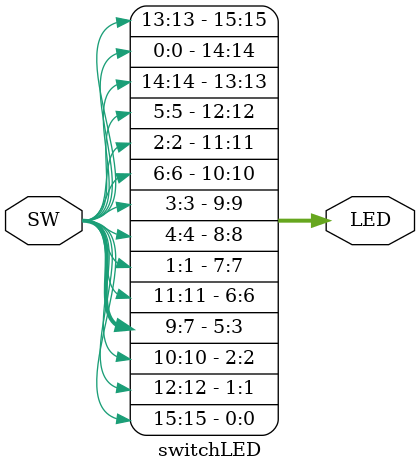
<source format=v>
`timescale 1ns / 1ps

module switchLED(
    input [15:0] SW,
    output [15:0] LED
    );
    assign LED[0] = SW[15];
    assign LED[1] = SW[12];
    assign LED[2] = SW[10];
    assign LED[3] = SW[7];
    assign LED[4] = SW[8];
    assign LED[5] = SW[9];
    assign LED[6] = SW[11];
    assign LED[7] = SW[1];
    assign LED[8] = SW[4];
    assign LED[9] = SW[3];
    assign LED[10] = SW[6];
    assign LED[11] = SW[2];
    assign LED[12] = SW[5];
    assign LED[13] = SW[14];
    assign LED[14] = SW[0];
    assign LED[15] = SW[13];
    
endmodule

</source>
